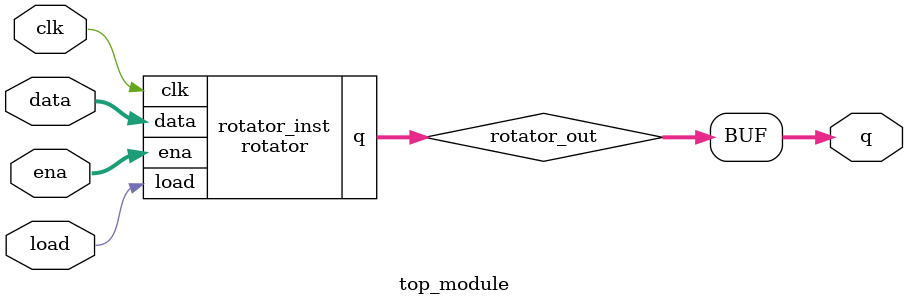
<source format=v>

module rotator(
    input clk,
    input load,
    input [1:0] ena,
    input [99:0] data,
    output reg [99:0] q
);

reg [99:0] shift_reg;
reg [6:0] shift_cnt;

always @(posedge clk) begin
    if (load) begin
        shift_reg <= data;
        shift_cnt <= 0;
    end else begin
        case (ena)
            2'b00: begin // right rotate
                shift_reg <= {shift_reg[1], shift_reg[99:2]};
                shift_cnt <= shift_cnt + 1;
            end
            2'b01: begin // left rotate
                shift_reg <= {shift_reg[99:1], shift_reg[0]};
                shift_cnt <= shift_cnt + 1;
            end
            default: begin // no rotation
                shift_reg <= shift_reg;
                shift_cnt <= 0;
            end
        endcase
    end
end

always @(posedge clk) begin
    q <= shift_reg;
end

endmodule
module top_module(
    input clk,
    input load,
    input [1:0] ena,
    input [99:0] data,
    output reg [99:0] q
);

wire [99:0] rotator_out;

rotator rotator_inst(
    .clk(clk),
    .load(load),
    .ena(ena),
    .data(data),
    .q(rotator_out)
);

always @(*) begin
    q <= rotator_out;
end

endmodule
</source>
